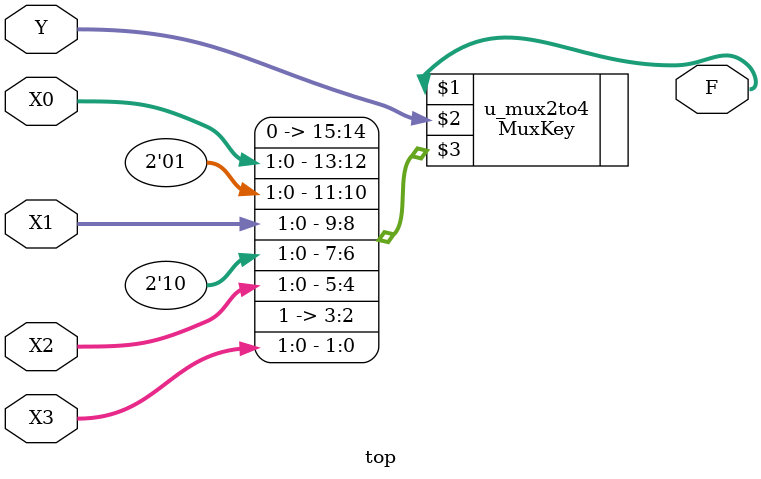
<source format=sv>
module top(
	input logic [1:0] Y,
	input logic [1:0] X0, X1, X2, X3,
	output logic [1:0] F	
);

	MuxKey #(4, 2, 2) u_mux2to4(F, Y, {
		2'b00, X0,
		2'b01, X1,
		2'b10, X2,
		2'b11, X3
	});

endmodule

</source>
